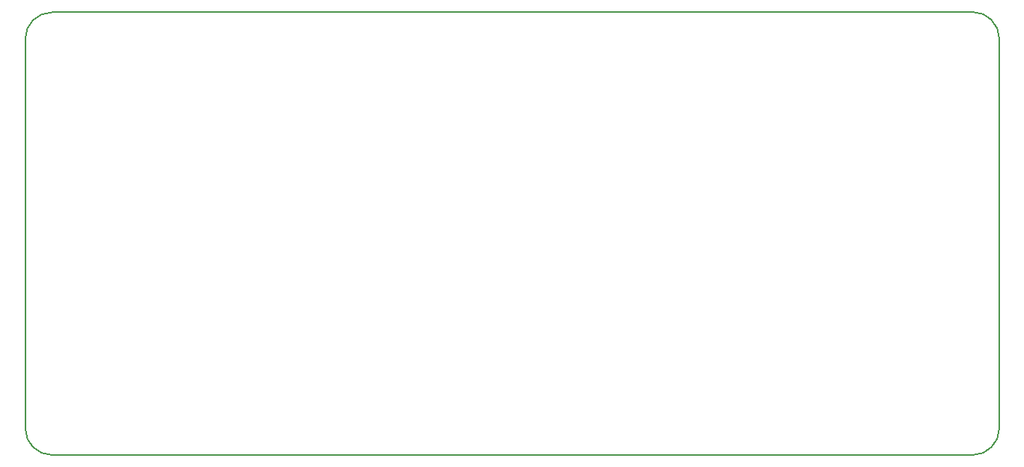
<source format=gbr>
%TF.GenerationSoftware,KiCad,Pcbnew,(5.1.10)-1*%
%TF.CreationDate,2023-03-15T18:11:03+01:00*%
%TF.ProjectId,Ender3 Upgrade,456e6465-7233-4205-9570-67726164652e,rev?*%
%TF.SameCoordinates,Original*%
%TF.FileFunction,Profile,NP*%
%FSLAX46Y46*%
G04 Gerber Fmt 4.6, Leading zero omitted, Abs format (unit mm)*
G04 Created by KiCad (PCBNEW (5.1.10)-1) date 2023-03-15 18:11:03*
%MOMM*%
%LPD*%
G01*
G04 APERTURE LIST*
%TA.AperFunction,Profile*%
%ADD10C,0.200000*%
%TD*%
G04 APERTURE END LIST*
D10*
X180020927Y-131737187D02*
X180020927Y-87709187D01*
X73020927Y-134737187D02*
G75*
G02*
X70020927Y-131737187I0J3000000D01*
G01*
X177005427Y-84693687D02*
X107020927Y-84737187D01*
X73020927Y-134737187D02*
X110020927Y-134737187D01*
X107020927Y-84737187D02*
X73020927Y-84737187D01*
X70020927Y-87737187D02*
G75*
G02*
X73020927Y-84737187I3000000J0D01*
G01*
X180020927Y-131737187D02*
G75*
G02*
X177020927Y-134737187I-3000000J0D01*
G01*
X70020927Y-87737187D02*
X70020927Y-131737187D01*
X110020927Y-134737187D02*
X177020927Y-134737187D01*
X177005427Y-84693687D02*
G75*
G02*
X180020927Y-87709187I0J-3015500D01*
G01*
M02*

</source>
